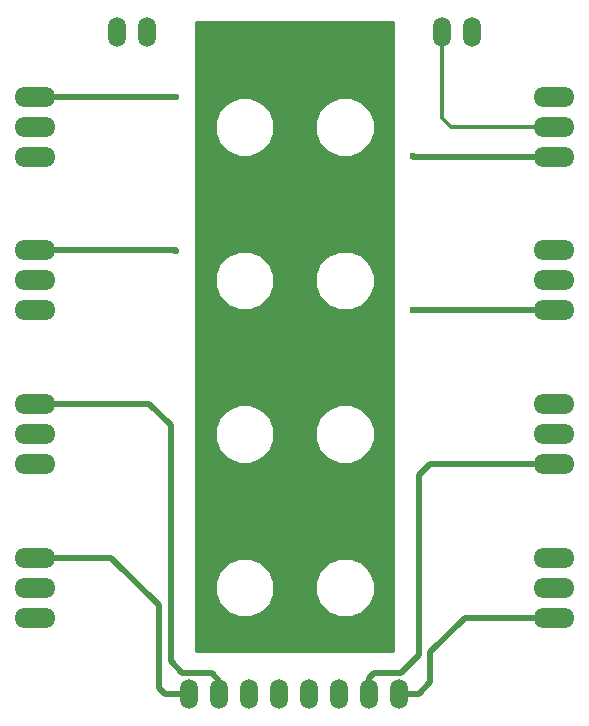
<source format=gbr>
G04 #@! TF.FileFunction,Copper,L1,Top,Signal*
%FSLAX46Y46*%
G04 Gerber Fmt 4.6, Leading zero omitted, Abs format (unit mm)*
G04 Created by KiCad (PCBNEW 4.0.4-stable) date 05/01/17 17:17:45*
%MOMM*%
%LPD*%
G01*
G04 APERTURE LIST*
%ADD10C,0.100000*%
%ADD11O,3.500120X1.699260*%
%ADD12O,1.520000X2.520000*%
%ADD13C,0.600000*%
%ADD14C,0.500000*%
%ADD15C,0.350000*%
%ADD16C,0.254000*%
G04 APERTURE END LIST*
D10*
D11*
X133000000Y-80000000D03*
X133000000Y-77460000D03*
X133000000Y-82540000D03*
D12*
X140000000Y-72000000D03*
X142540000Y-72000000D03*
X170000000Y-72000000D03*
X167460000Y-72000000D03*
D11*
X177000000Y-119000000D03*
X177000000Y-121540000D03*
X177000000Y-116460000D03*
X177000000Y-106000000D03*
X177000000Y-108540000D03*
X177000000Y-103460000D03*
X177000000Y-93000000D03*
X177000000Y-95540000D03*
X177000000Y-90460000D03*
X177000000Y-80000000D03*
X177000000Y-82540000D03*
X177000000Y-77460000D03*
X133000000Y-93000000D03*
X133000000Y-90460000D03*
X133000000Y-95540000D03*
X133000000Y-106000000D03*
X133000000Y-103460000D03*
X133000000Y-108540000D03*
X133000000Y-119000000D03*
X133000000Y-116460000D03*
X133000000Y-121540000D03*
D12*
X146100000Y-128000000D03*
X148640000Y-128000000D03*
X151180000Y-128000000D03*
X153720000Y-128000000D03*
X156260000Y-128000000D03*
X158800000Y-128000000D03*
X161340000Y-128000000D03*
X163880000Y-128000000D03*
D13*
X145000000Y-90500000D03*
X145000000Y-77500000D03*
X165000000Y-82500000D03*
X165000000Y-95500000D03*
D14*
X146100000Y-128000000D02*
X145250000Y-128000000D01*
X134000000Y-116460000D02*
X139460000Y-116460000D01*
X144000000Y-128000000D02*
X145250000Y-128000000D01*
X143500000Y-127500000D02*
X144000000Y-128000000D01*
X143500000Y-120500000D02*
X143500000Y-127500000D01*
X139460000Y-116460000D02*
X143500000Y-120500000D01*
X145250000Y-128000000D02*
X146100000Y-128000000D01*
X148640000Y-128000000D02*
X148640000Y-126890000D01*
X148640000Y-126890000D02*
X148000000Y-126250000D01*
X142710000Y-103460000D02*
X133000000Y-103460000D01*
X144500000Y-105250000D02*
X142710000Y-103460000D01*
X144500000Y-125250000D02*
X144500000Y-105250000D01*
X145500000Y-126250000D02*
X144500000Y-125250000D01*
X148000000Y-126250000D02*
X145500000Y-126250000D01*
X148640000Y-128000000D02*
X148640000Y-127140000D01*
X134000000Y-90460000D02*
X144960000Y-90460000D01*
X144960000Y-90460000D02*
X145000000Y-90500000D01*
X133000000Y-77460000D02*
X134710000Y-77460000D01*
X134000000Y-77460000D02*
X144960000Y-77460000D01*
X144960000Y-77460000D02*
X145000000Y-77500000D01*
X176000000Y-82540000D02*
X165040000Y-82540000D01*
X165040000Y-82540000D02*
X165000000Y-82500000D01*
X176000000Y-95540000D02*
X165040000Y-95540000D01*
X165040000Y-95540000D02*
X165000000Y-95500000D01*
X161340000Y-128000000D02*
X161340000Y-126660000D01*
X166460000Y-108540000D02*
X177000000Y-108540000D01*
X165500000Y-109500000D02*
X166460000Y-108540000D01*
X165500000Y-124750000D02*
X165500000Y-109500000D01*
X164000000Y-126250000D02*
X165500000Y-124750000D01*
X161750000Y-126250000D02*
X164000000Y-126250000D01*
X161340000Y-126660000D02*
X161750000Y-126250000D01*
X161340000Y-127000000D02*
X161340000Y-128000000D01*
X165500000Y-128000000D02*
X163880000Y-128000000D01*
X166500000Y-127000000D02*
X165500000Y-128000000D01*
X166500000Y-124500000D02*
X166500000Y-127000000D01*
X176000000Y-121540000D02*
X169460000Y-121540000D01*
X169460000Y-121540000D02*
X166500000Y-124500000D01*
D15*
X167460000Y-72000000D02*
X167460000Y-79210000D01*
X168250000Y-80000000D02*
X177000000Y-80000000D01*
X167460000Y-79210000D02*
X168250000Y-80000000D01*
D16*
G36*
X163373000Y-124373000D02*
X146627000Y-124373000D01*
X146627000Y-119502015D01*
X148228641Y-119502015D01*
X148613746Y-120434041D01*
X149326208Y-121147748D01*
X150257561Y-121534479D01*
X151266015Y-121535359D01*
X152198041Y-121150254D01*
X152911748Y-120437792D01*
X153298479Y-119506439D01*
X153298482Y-119502015D01*
X156700641Y-119502015D01*
X157085746Y-120434041D01*
X157798208Y-121147748D01*
X158729561Y-121534479D01*
X159738015Y-121535359D01*
X160670041Y-121150254D01*
X161383748Y-120437792D01*
X161770479Y-119506439D01*
X161771359Y-118497985D01*
X161386254Y-117565959D01*
X160673792Y-116852252D01*
X159742439Y-116465521D01*
X158733985Y-116464641D01*
X157801959Y-116849746D01*
X157088252Y-117562208D01*
X156701521Y-118493561D01*
X156700641Y-119502015D01*
X153298482Y-119502015D01*
X153299359Y-118497985D01*
X152914254Y-117565959D01*
X152201792Y-116852252D01*
X151270439Y-116465521D01*
X150261985Y-116464641D01*
X149329959Y-116849746D01*
X148616252Y-117562208D01*
X148229521Y-118493561D01*
X148228641Y-119502015D01*
X146627000Y-119502015D01*
X146627000Y-106502015D01*
X148228641Y-106502015D01*
X148613746Y-107434041D01*
X149326208Y-108147748D01*
X150257561Y-108534479D01*
X151266015Y-108535359D01*
X152198041Y-108150254D01*
X152911748Y-107437792D01*
X153298479Y-106506439D01*
X153298482Y-106502015D01*
X156700641Y-106502015D01*
X157085746Y-107434041D01*
X157798208Y-108147748D01*
X158729561Y-108534479D01*
X159738015Y-108535359D01*
X160670041Y-108150254D01*
X161383748Y-107437792D01*
X161770479Y-106506439D01*
X161771359Y-105497985D01*
X161386254Y-104565959D01*
X160673792Y-103852252D01*
X159742439Y-103465521D01*
X158733985Y-103464641D01*
X157801959Y-103849746D01*
X157088252Y-104562208D01*
X156701521Y-105493561D01*
X156700641Y-106502015D01*
X153298482Y-106502015D01*
X153299359Y-105497985D01*
X152914254Y-104565959D01*
X152201792Y-103852252D01*
X151270439Y-103465521D01*
X150261985Y-103464641D01*
X149329959Y-103849746D01*
X148616252Y-104562208D01*
X148229521Y-105493561D01*
X148228641Y-106502015D01*
X146627000Y-106502015D01*
X146627000Y-93502015D01*
X148228641Y-93502015D01*
X148613746Y-94434041D01*
X149326208Y-95147748D01*
X150257561Y-95534479D01*
X151266015Y-95535359D01*
X152198041Y-95150254D01*
X152911748Y-94437792D01*
X153298479Y-93506439D01*
X153298482Y-93502015D01*
X156700641Y-93502015D01*
X157085746Y-94434041D01*
X157798208Y-95147748D01*
X158729561Y-95534479D01*
X159738015Y-95535359D01*
X160670041Y-95150254D01*
X161383748Y-94437792D01*
X161770479Y-93506439D01*
X161771359Y-92497985D01*
X161386254Y-91565959D01*
X160673792Y-90852252D01*
X159742439Y-90465521D01*
X158733985Y-90464641D01*
X157801959Y-90849746D01*
X157088252Y-91562208D01*
X156701521Y-92493561D01*
X156700641Y-93502015D01*
X153298482Y-93502015D01*
X153299359Y-92497985D01*
X152914254Y-91565959D01*
X152201792Y-90852252D01*
X151270439Y-90465521D01*
X150261985Y-90464641D01*
X149329959Y-90849746D01*
X148616252Y-91562208D01*
X148229521Y-92493561D01*
X148228641Y-93502015D01*
X146627000Y-93502015D01*
X146627000Y-80502015D01*
X148228641Y-80502015D01*
X148613746Y-81434041D01*
X149326208Y-82147748D01*
X150257561Y-82534479D01*
X151266015Y-82535359D01*
X152198041Y-82150254D01*
X152911748Y-81437792D01*
X153298479Y-80506439D01*
X153298482Y-80502015D01*
X156700641Y-80502015D01*
X157085746Y-81434041D01*
X157798208Y-82147748D01*
X158729561Y-82534479D01*
X159738015Y-82535359D01*
X160670041Y-82150254D01*
X161383748Y-81437792D01*
X161770479Y-80506439D01*
X161771359Y-79497985D01*
X161386254Y-78565959D01*
X160673792Y-77852252D01*
X159742439Y-77465521D01*
X158733985Y-77464641D01*
X157801959Y-77849746D01*
X157088252Y-78562208D01*
X156701521Y-79493561D01*
X156700641Y-80502015D01*
X153298482Y-80502015D01*
X153299359Y-79497985D01*
X152914254Y-78565959D01*
X152201792Y-77852252D01*
X151270439Y-77465521D01*
X150261985Y-77464641D01*
X149329959Y-77849746D01*
X148616252Y-78562208D01*
X148229521Y-79493561D01*
X148228641Y-80502015D01*
X146627000Y-80502015D01*
X146627000Y-71127000D01*
X163373000Y-71127000D01*
X163373000Y-124373000D01*
X163373000Y-124373000D01*
G37*
X163373000Y-124373000D02*
X146627000Y-124373000D01*
X146627000Y-119502015D01*
X148228641Y-119502015D01*
X148613746Y-120434041D01*
X149326208Y-121147748D01*
X150257561Y-121534479D01*
X151266015Y-121535359D01*
X152198041Y-121150254D01*
X152911748Y-120437792D01*
X153298479Y-119506439D01*
X153298482Y-119502015D01*
X156700641Y-119502015D01*
X157085746Y-120434041D01*
X157798208Y-121147748D01*
X158729561Y-121534479D01*
X159738015Y-121535359D01*
X160670041Y-121150254D01*
X161383748Y-120437792D01*
X161770479Y-119506439D01*
X161771359Y-118497985D01*
X161386254Y-117565959D01*
X160673792Y-116852252D01*
X159742439Y-116465521D01*
X158733985Y-116464641D01*
X157801959Y-116849746D01*
X157088252Y-117562208D01*
X156701521Y-118493561D01*
X156700641Y-119502015D01*
X153298482Y-119502015D01*
X153299359Y-118497985D01*
X152914254Y-117565959D01*
X152201792Y-116852252D01*
X151270439Y-116465521D01*
X150261985Y-116464641D01*
X149329959Y-116849746D01*
X148616252Y-117562208D01*
X148229521Y-118493561D01*
X148228641Y-119502015D01*
X146627000Y-119502015D01*
X146627000Y-106502015D01*
X148228641Y-106502015D01*
X148613746Y-107434041D01*
X149326208Y-108147748D01*
X150257561Y-108534479D01*
X151266015Y-108535359D01*
X152198041Y-108150254D01*
X152911748Y-107437792D01*
X153298479Y-106506439D01*
X153298482Y-106502015D01*
X156700641Y-106502015D01*
X157085746Y-107434041D01*
X157798208Y-108147748D01*
X158729561Y-108534479D01*
X159738015Y-108535359D01*
X160670041Y-108150254D01*
X161383748Y-107437792D01*
X161770479Y-106506439D01*
X161771359Y-105497985D01*
X161386254Y-104565959D01*
X160673792Y-103852252D01*
X159742439Y-103465521D01*
X158733985Y-103464641D01*
X157801959Y-103849746D01*
X157088252Y-104562208D01*
X156701521Y-105493561D01*
X156700641Y-106502015D01*
X153298482Y-106502015D01*
X153299359Y-105497985D01*
X152914254Y-104565959D01*
X152201792Y-103852252D01*
X151270439Y-103465521D01*
X150261985Y-103464641D01*
X149329959Y-103849746D01*
X148616252Y-104562208D01*
X148229521Y-105493561D01*
X148228641Y-106502015D01*
X146627000Y-106502015D01*
X146627000Y-93502015D01*
X148228641Y-93502015D01*
X148613746Y-94434041D01*
X149326208Y-95147748D01*
X150257561Y-95534479D01*
X151266015Y-95535359D01*
X152198041Y-95150254D01*
X152911748Y-94437792D01*
X153298479Y-93506439D01*
X153298482Y-93502015D01*
X156700641Y-93502015D01*
X157085746Y-94434041D01*
X157798208Y-95147748D01*
X158729561Y-95534479D01*
X159738015Y-95535359D01*
X160670041Y-95150254D01*
X161383748Y-94437792D01*
X161770479Y-93506439D01*
X161771359Y-92497985D01*
X161386254Y-91565959D01*
X160673792Y-90852252D01*
X159742439Y-90465521D01*
X158733985Y-90464641D01*
X157801959Y-90849746D01*
X157088252Y-91562208D01*
X156701521Y-92493561D01*
X156700641Y-93502015D01*
X153298482Y-93502015D01*
X153299359Y-92497985D01*
X152914254Y-91565959D01*
X152201792Y-90852252D01*
X151270439Y-90465521D01*
X150261985Y-90464641D01*
X149329959Y-90849746D01*
X148616252Y-91562208D01*
X148229521Y-92493561D01*
X148228641Y-93502015D01*
X146627000Y-93502015D01*
X146627000Y-80502015D01*
X148228641Y-80502015D01*
X148613746Y-81434041D01*
X149326208Y-82147748D01*
X150257561Y-82534479D01*
X151266015Y-82535359D01*
X152198041Y-82150254D01*
X152911748Y-81437792D01*
X153298479Y-80506439D01*
X153298482Y-80502015D01*
X156700641Y-80502015D01*
X157085746Y-81434041D01*
X157798208Y-82147748D01*
X158729561Y-82534479D01*
X159738015Y-82535359D01*
X160670041Y-82150254D01*
X161383748Y-81437792D01*
X161770479Y-80506439D01*
X161771359Y-79497985D01*
X161386254Y-78565959D01*
X160673792Y-77852252D01*
X159742439Y-77465521D01*
X158733985Y-77464641D01*
X157801959Y-77849746D01*
X157088252Y-78562208D01*
X156701521Y-79493561D01*
X156700641Y-80502015D01*
X153298482Y-80502015D01*
X153299359Y-79497985D01*
X152914254Y-78565959D01*
X152201792Y-77852252D01*
X151270439Y-77465521D01*
X150261985Y-77464641D01*
X149329959Y-77849746D01*
X148616252Y-78562208D01*
X148229521Y-79493561D01*
X148228641Y-80502015D01*
X146627000Y-80502015D01*
X146627000Y-71127000D01*
X163373000Y-71127000D01*
X163373000Y-124373000D01*
M02*

</source>
